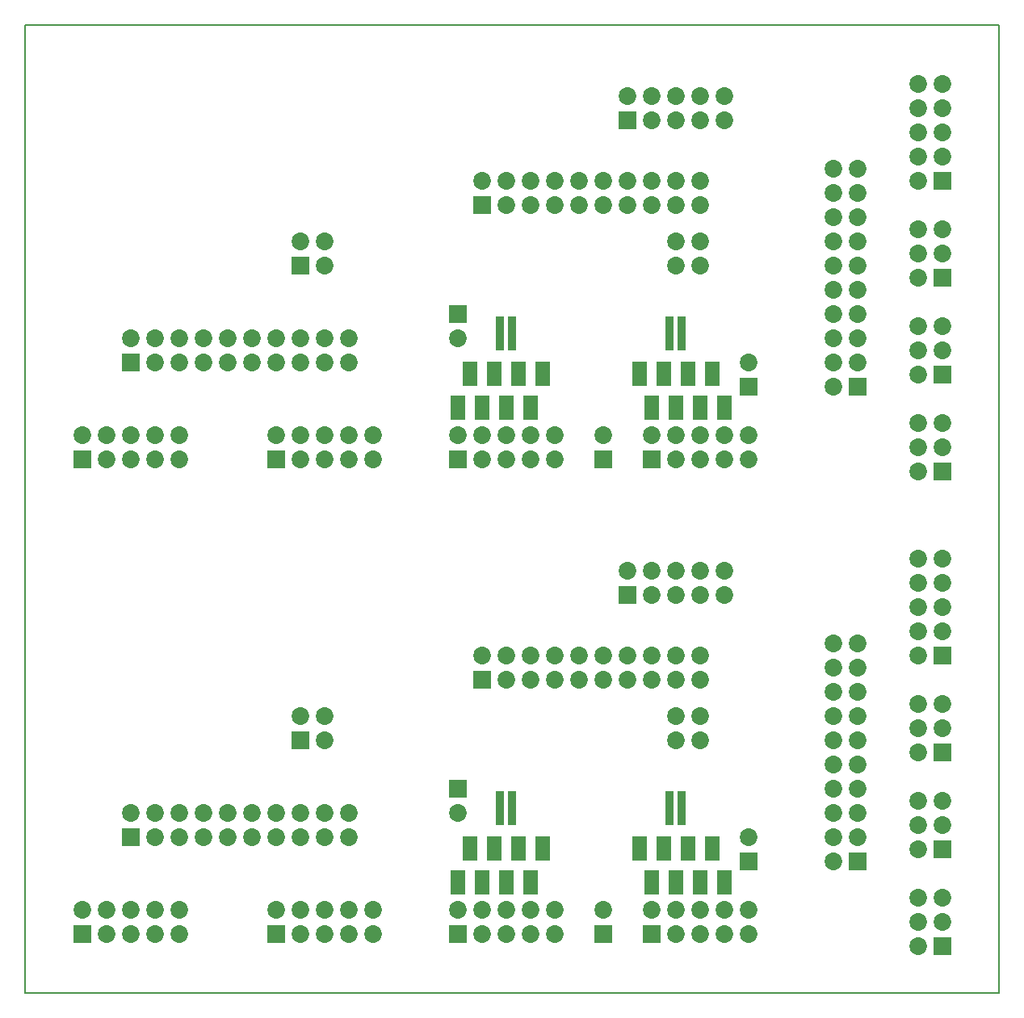
<source format=gbs>
%FSLAX44Y44*%
%MOMM*%
%SFA1B1*%

%IPPOS*%
%ADD51C,1.855596*%
%ADD52R,1.855596X1.855596*%
%ADD53C,1.855596*%
%ADD54R,1.555597X1.355597*%
%ADD55R,0.905598X0.741599*%
%ADD56R,0.905598X0.841598*%
%ADD58C,0.127000*%
%LNu2s_hvpp-1*%
%LPD*%
G54D51*
X631283Y442816D03*
G54D58*
X0Y0D02*
X1021266D01*
Y1015678*
X0*
Y0*
G54D51*
X605883Y87216D03*
X732883Y442816D03*
Y417416D03*
X707483Y442816D03*
Y417416D03*
X682083Y442816D03*
Y417416D03*
X656683Y442816D03*
Y417416D03*
X758283Y163416D03*
Y87216D03*
X555083D03*
X758283Y61816D03*
X555083D03*
X936083Y455516D03*
X961483D03*
X936083Y430116D03*
X961483D03*
X936083Y404716D03*
X961483D03*
X936083Y379316D03*
X961483D03*
X936083Y353916D03*
X847183Y138016D03*
X872583Y163416D03*
X847183D03*
X872583Y188816D03*
X847183D03*
X872583Y214216D03*
X847183D03*
X872583Y239616D03*
X847183D03*
X872583Y265016D03*
X847183D03*
X872583Y290416D03*
X847183D03*
X872583Y315816D03*
X847183D03*
X872583Y341216D03*
X847183D03*
X872583Y366616D03*
X847183D03*
X529683Y87216D03*
Y61816D03*
X478884Y87216D03*
X453484D03*
X961483Y201516D03*
X936083Y303116D03*
X961483D03*
X936083Y277716D03*
X961483D03*
X936083Y252316D03*
Y99916D03*
X961483D03*
X936083Y74516D03*
X961483D03*
X936083Y49116D03*
Y201516D03*
Y176116D03*
X961483D03*
X936083Y150716D03*
X453484Y188816D03*
X313784Y290416D03*
Y265016D03*
X288384Y290416D03*
X110584Y188816D03*
X135984Y163416D03*
Y188816D03*
X161384Y163416D03*
Y188816D03*
X186784Y163416D03*
Y188816D03*
X212184Y163416D03*
Y188816D03*
X237584Y163416D03*
Y188816D03*
X262984Y163416D03*
Y188816D03*
X288384Y163416D03*
Y188816D03*
X313784Y163416D03*
Y188816D03*
X339184Y163416D03*
Y188816D03*
X364584Y87216D03*
Y61816D03*
X339184Y87216D03*
Y61816D03*
X313784Y87216D03*
Y61816D03*
X288384Y87216D03*
Y61816D03*
X262984Y87216D03*
X161384D03*
Y61816D03*
X135984Y87216D03*
Y61816D03*
X110584Y87216D03*
Y61816D03*
X85184Y87216D03*
Y61816D03*
X59784Y87216D03*
X478884Y61816D03*
X504284D03*
Y87216D03*
X656683D03*
X682083Y61816D03*
Y87216D03*
X707483Y61816D03*
Y87216D03*
X732883Y61816D03*
Y87216D03*
X682083Y290416D03*
X707483Y265016D03*
Y290416D03*
Y353916D03*
Y328516D03*
X682083Y353916D03*
Y328516D03*
X656683Y353916D03*
Y328516D03*
X631283Y353916D03*
Y328516D03*
X605883Y353916D03*
Y328516D03*
X580483Y353916D03*
Y328516D03*
X555083Y353916D03*
Y328516D03*
X529683Y353916D03*
Y328516D03*
X504284Y353916D03*
Y328516D03*
X478884Y353916D03*
G54D52*
X631283Y417416D03*
X605883Y61816D03*
X758283Y138016D03*
X961483Y353916D03*
X872583Y138016D03*
X453484Y61816D03*
X961483Y252316D03*
Y49116D03*
Y150716D03*
X453484Y214216D03*
X288384Y265016D03*
X110584Y163416D03*
X262984Y61816D03*
X59784D03*
X656683D03*
X478884Y328516D03*
G54D53*
X682083Y265016D03*
G54D54*
X542383Y145986D03*
Y157986D03*
X466184Y145986D03*
Y157986D03*
X453484Y110426D03*
Y122426D03*
X491584Y145986D03*
Y157986D03*
X478884Y110426D03*
Y122426D03*
X516983Y145986D03*
Y157986D03*
X504284Y110426D03*
Y122426D03*
X529683Y110426D03*
Y122426D03*
X643983Y145986D03*
Y157986D03*
X656683Y110426D03*
Y122426D03*
X669383Y145986D03*
Y157986D03*
X682083Y110426D03*
Y122426D03*
X694783Y145986D03*
Y157986D03*
X707483Y110426D03*
Y122426D03*
X720183Y145986D03*
Y157986D03*
X732883Y110426D03*
Y122426D03*
G54D55*
X675733Y193896D03*
Y200296D03*
Y187496D03*
X688433D03*
Y193896D03*
Y200296D03*
X497934D03*
Y193896D03*
Y187496D03*
X510633D03*
Y193896D03*
Y200296D03*
G54D56*
X688443Y207196D03*
X675733D03*
X688433Y180596D03*
X675733D03*
X510643Y207196D03*
X497934D03*
X510633Y180596D03*
X497934D03*
G54D51*
X631283Y940655D03*
X605883Y585055D03*
X732883Y940655D03*
Y915255D03*
X707483Y940655D03*
Y915255D03*
X682083Y940655D03*
Y915255D03*
X656683Y940655D03*
Y915255D03*
X758283Y661255D03*
Y585055D03*
X555083D03*
X758283Y559655D03*
X555083D03*
X936083Y953355D03*
X961483D03*
X936083Y927955D03*
X961483D03*
X936083Y902555D03*
X961483D03*
X936083Y877155D03*
X961483D03*
X936083Y851755D03*
X847183Y635855D03*
X872583Y661255D03*
X847183D03*
X872583Y686655D03*
X847183D03*
X872583Y712055D03*
X847183D03*
X872583Y737455D03*
X847183D03*
X872583Y762855D03*
X847183D03*
X872583Y788255D03*
X847183D03*
X872583Y813655D03*
X847183D03*
X872583Y839055D03*
X847183D03*
X872583Y864455D03*
X847183D03*
X529683Y585055D03*
Y559655D03*
X478884Y585055D03*
X453484D03*
X961483Y699355D03*
X936083Y800955D03*
X961483D03*
X936083Y775555D03*
X961483D03*
X936083Y750155D03*
Y597755D03*
X961483D03*
X936083Y572355D03*
X961483D03*
X936083Y546955D03*
Y699355D03*
Y673955D03*
X961483D03*
X936083Y648555D03*
X453484Y686655D03*
X313784Y788255D03*
Y762855D03*
X288384Y788255D03*
X110584Y686655D03*
X135984Y661255D03*
Y686655D03*
X161384Y661255D03*
Y686655D03*
X186784Y661255D03*
Y686655D03*
X212184Y661255D03*
Y686655D03*
X237584Y661255D03*
Y686655D03*
X262984Y661255D03*
Y686655D03*
X288384Y661255D03*
Y686655D03*
X313784Y661255D03*
Y686655D03*
X339184Y661255D03*
Y686655D03*
X364584Y585055D03*
Y559655D03*
X339184Y585055D03*
Y559655D03*
X313784Y585055D03*
Y559655D03*
X288384Y585055D03*
Y559655D03*
X262984Y585055D03*
X161384D03*
Y559655D03*
X135984Y585055D03*
Y559655D03*
X110584Y585055D03*
Y559655D03*
X85184Y585055D03*
Y559655D03*
X59784Y585055D03*
X478884Y559655D03*
X504284D03*
Y585055D03*
X656683D03*
X682083Y559655D03*
Y585055D03*
X707483Y559655D03*
Y585055D03*
X732883Y559655D03*
Y585055D03*
X682083Y788255D03*
X707483Y762855D03*
Y788255D03*
Y851755D03*
Y826355D03*
X682083Y851755D03*
Y826355D03*
X656683Y851755D03*
Y826355D03*
X631283Y851755D03*
Y826355D03*
X605883Y851755D03*
Y826355D03*
X580483Y851755D03*
Y826355D03*
X555083Y851755D03*
Y826355D03*
X529683Y851755D03*
Y826355D03*
X504284Y851755D03*
Y826355D03*
X478884Y851755D03*
G54D52*
X631283Y915255D03*
X605883Y559655D03*
X758283Y635855D03*
X961483Y851755D03*
X872583Y635855D03*
X453484Y559655D03*
X961483Y750155D03*
Y546955D03*
Y648555D03*
X453484Y712055D03*
X288384Y762855D03*
X110584Y661255D03*
X262984Y559655D03*
X59784D03*
X656683D03*
X478884Y826355D03*
G54D53*
X682083Y762855D03*
G54D54*
X542383Y643824D03*
Y655824D03*
X466184Y643824D03*
Y655824D03*
X453484Y608264D03*
Y620264D03*
X491584Y643824D03*
Y655824D03*
X478884Y608264D03*
Y620264D03*
X516983Y643824D03*
Y655824D03*
X504284Y608264D03*
Y620264D03*
X529683Y608264D03*
Y620264D03*
X643983Y643824D03*
Y655824D03*
X656683Y608264D03*
Y620264D03*
X669383Y643824D03*
Y655824D03*
X682083Y608264D03*
Y620264D03*
X694783Y643824D03*
Y655824D03*
X707483Y608264D03*
Y620264D03*
X720183Y643824D03*
Y655824D03*
X732883Y608264D03*
Y620264D03*
G54D55*
X675733Y691735D03*
Y698134D03*
Y685334D03*
X688433D03*
Y691735D03*
Y698134D03*
X497934D03*
Y691735D03*
Y685334D03*
X510633D03*
Y691735D03*
Y698134D03*
G54D56*
X688443Y705034D03*
X675733D03*
X688433Y678434D03*
X675733D03*
X510643Y705034D03*
X497934D03*
X510633Y678434D03*
X497934D03*
M02*
</source>
